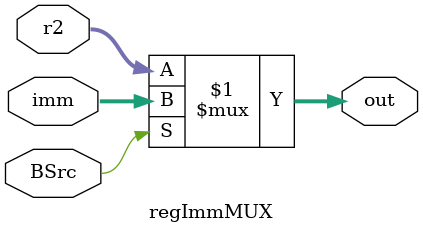
<source format=v>
module regImmMUX (r2, imm, BSrc , out);
    input [31:0] r2;
    input [31:0] imm;
    input BSrc;
    output [31:0] out;
    
    assign out = BSrc? imm : r2;

endmodule 
</source>
